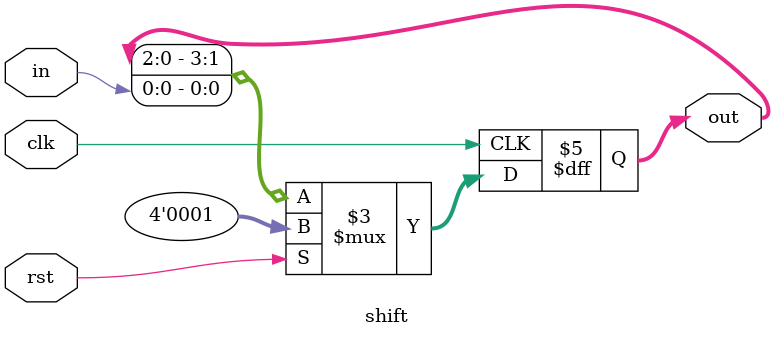
<source format=v>
`timescale 1ns / 1ps

module shift(
    input clk,
    input rst,
    input in,
    output reg [3:0] out
    );
    
    
    
    always @(posedge clk)
    begin
       if (rst) out = 4'b0001;
        else 
            out = {out[2:0], in};
       end
endmodule



</source>
